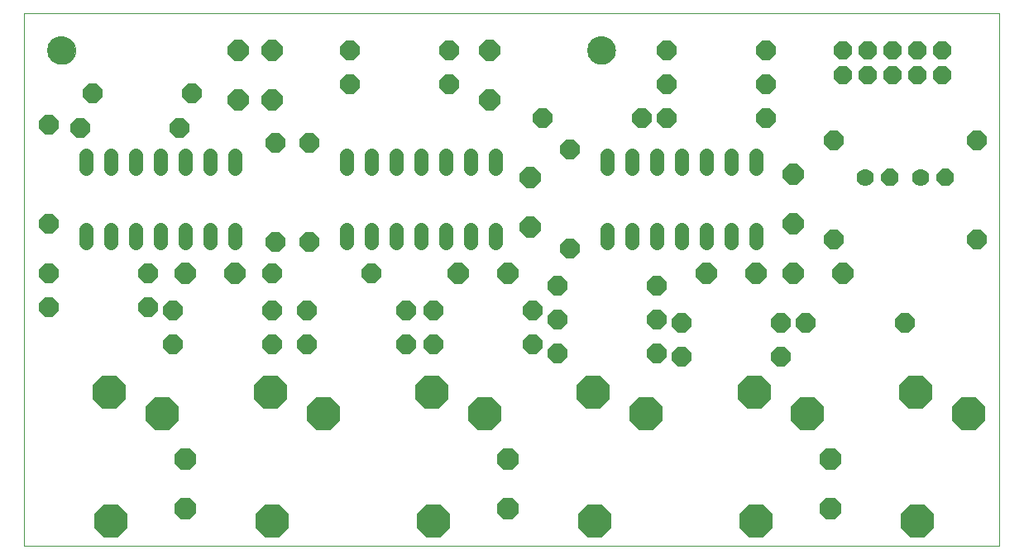
<source format=gbs>
G75*
%MOIN*%
%OFA0B0*%
%FSLAX25Y25*%
%IPPOS*%
%LPD*%
%AMOC8*
5,1,8,0,0,1.08239X$1,22.5*
%
%ADD10C,0.00000*%
%ADD11OC8,0.08400*%
%ADD12OC8,0.07000*%
%ADD13C,0.07000*%
%ADD14OC8,0.08900*%
%ADD15C,0.05550*%
%ADD16OC8,0.08000*%
%ADD17OC8,0.07400*%
%ADD18C,0.11424*%
%ADD19OC8,0.13455*%
D10*
X0001800Y0015030D02*
X0001800Y0229990D01*
X0394800Y0229990D01*
X0394800Y0015030D01*
X0001800Y0015030D01*
X0011288Y0215030D02*
X0011290Y0215178D01*
X0011296Y0215326D01*
X0011306Y0215474D01*
X0011320Y0215621D01*
X0011338Y0215768D01*
X0011359Y0215914D01*
X0011385Y0216060D01*
X0011415Y0216205D01*
X0011448Y0216349D01*
X0011486Y0216492D01*
X0011527Y0216634D01*
X0011572Y0216775D01*
X0011620Y0216915D01*
X0011673Y0217054D01*
X0011729Y0217191D01*
X0011789Y0217326D01*
X0011852Y0217460D01*
X0011919Y0217592D01*
X0011990Y0217722D01*
X0012064Y0217850D01*
X0012141Y0217976D01*
X0012222Y0218100D01*
X0012306Y0218222D01*
X0012393Y0218341D01*
X0012484Y0218458D01*
X0012578Y0218573D01*
X0012674Y0218685D01*
X0012774Y0218795D01*
X0012876Y0218901D01*
X0012982Y0219005D01*
X0013090Y0219106D01*
X0013201Y0219204D01*
X0013314Y0219300D01*
X0013430Y0219392D01*
X0013548Y0219481D01*
X0013669Y0219566D01*
X0013792Y0219649D01*
X0013917Y0219728D01*
X0014044Y0219804D01*
X0014173Y0219876D01*
X0014304Y0219945D01*
X0014437Y0220010D01*
X0014572Y0220071D01*
X0014708Y0220129D01*
X0014845Y0220184D01*
X0014984Y0220234D01*
X0015125Y0220281D01*
X0015266Y0220324D01*
X0015409Y0220364D01*
X0015553Y0220399D01*
X0015697Y0220431D01*
X0015843Y0220458D01*
X0015989Y0220482D01*
X0016136Y0220502D01*
X0016283Y0220518D01*
X0016430Y0220530D01*
X0016578Y0220538D01*
X0016726Y0220542D01*
X0016874Y0220542D01*
X0017022Y0220538D01*
X0017170Y0220530D01*
X0017317Y0220518D01*
X0017464Y0220502D01*
X0017611Y0220482D01*
X0017757Y0220458D01*
X0017903Y0220431D01*
X0018047Y0220399D01*
X0018191Y0220364D01*
X0018334Y0220324D01*
X0018475Y0220281D01*
X0018616Y0220234D01*
X0018755Y0220184D01*
X0018892Y0220129D01*
X0019028Y0220071D01*
X0019163Y0220010D01*
X0019296Y0219945D01*
X0019427Y0219876D01*
X0019556Y0219804D01*
X0019683Y0219728D01*
X0019808Y0219649D01*
X0019931Y0219566D01*
X0020052Y0219481D01*
X0020170Y0219392D01*
X0020286Y0219300D01*
X0020399Y0219204D01*
X0020510Y0219106D01*
X0020618Y0219005D01*
X0020724Y0218901D01*
X0020826Y0218795D01*
X0020926Y0218685D01*
X0021022Y0218573D01*
X0021116Y0218458D01*
X0021207Y0218341D01*
X0021294Y0218222D01*
X0021378Y0218100D01*
X0021459Y0217976D01*
X0021536Y0217850D01*
X0021610Y0217722D01*
X0021681Y0217592D01*
X0021748Y0217460D01*
X0021811Y0217326D01*
X0021871Y0217191D01*
X0021927Y0217054D01*
X0021980Y0216915D01*
X0022028Y0216775D01*
X0022073Y0216634D01*
X0022114Y0216492D01*
X0022152Y0216349D01*
X0022185Y0216205D01*
X0022215Y0216060D01*
X0022241Y0215914D01*
X0022262Y0215768D01*
X0022280Y0215621D01*
X0022294Y0215474D01*
X0022304Y0215326D01*
X0022310Y0215178D01*
X0022312Y0215030D01*
X0022310Y0214882D01*
X0022304Y0214734D01*
X0022294Y0214586D01*
X0022280Y0214439D01*
X0022262Y0214292D01*
X0022241Y0214146D01*
X0022215Y0214000D01*
X0022185Y0213855D01*
X0022152Y0213711D01*
X0022114Y0213568D01*
X0022073Y0213426D01*
X0022028Y0213285D01*
X0021980Y0213145D01*
X0021927Y0213006D01*
X0021871Y0212869D01*
X0021811Y0212734D01*
X0021748Y0212600D01*
X0021681Y0212468D01*
X0021610Y0212338D01*
X0021536Y0212210D01*
X0021459Y0212084D01*
X0021378Y0211960D01*
X0021294Y0211838D01*
X0021207Y0211719D01*
X0021116Y0211602D01*
X0021022Y0211487D01*
X0020926Y0211375D01*
X0020826Y0211265D01*
X0020724Y0211159D01*
X0020618Y0211055D01*
X0020510Y0210954D01*
X0020399Y0210856D01*
X0020286Y0210760D01*
X0020170Y0210668D01*
X0020052Y0210579D01*
X0019931Y0210494D01*
X0019808Y0210411D01*
X0019683Y0210332D01*
X0019556Y0210256D01*
X0019427Y0210184D01*
X0019296Y0210115D01*
X0019163Y0210050D01*
X0019028Y0209989D01*
X0018892Y0209931D01*
X0018755Y0209876D01*
X0018616Y0209826D01*
X0018475Y0209779D01*
X0018334Y0209736D01*
X0018191Y0209696D01*
X0018047Y0209661D01*
X0017903Y0209629D01*
X0017757Y0209602D01*
X0017611Y0209578D01*
X0017464Y0209558D01*
X0017317Y0209542D01*
X0017170Y0209530D01*
X0017022Y0209522D01*
X0016874Y0209518D01*
X0016726Y0209518D01*
X0016578Y0209522D01*
X0016430Y0209530D01*
X0016283Y0209542D01*
X0016136Y0209558D01*
X0015989Y0209578D01*
X0015843Y0209602D01*
X0015697Y0209629D01*
X0015553Y0209661D01*
X0015409Y0209696D01*
X0015266Y0209736D01*
X0015125Y0209779D01*
X0014984Y0209826D01*
X0014845Y0209876D01*
X0014708Y0209931D01*
X0014572Y0209989D01*
X0014437Y0210050D01*
X0014304Y0210115D01*
X0014173Y0210184D01*
X0014044Y0210256D01*
X0013917Y0210332D01*
X0013792Y0210411D01*
X0013669Y0210494D01*
X0013548Y0210579D01*
X0013430Y0210668D01*
X0013314Y0210760D01*
X0013201Y0210856D01*
X0013090Y0210954D01*
X0012982Y0211055D01*
X0012876Y0211159D01*
X0012774Y0211265D01*
X0012674Y0211375D01*
X0012578Y0211487D01*
X0012484Y0211602D01*
X0012393Y0211719D01*
X0012306Y0211838D01*
X0012222Y0211960D01*
X0012141Y0212084D01*
X0012064Y0212210D01*
X0011990Y0212338D01*
X0011919Y0212468D01*
X0011852Y0212600D01*
X0011789Y0212734D01*
X0011729Y0212869D01*
X0011673Y0213006D01*
X0011620Y0213145D01*
X0011572Y0213285D01*
X0011527Y0213426D01*
X0011486Y0213568D01*
X0011448Y0213711D01*
X0011415Y0213855D01*
X0011385Y0214000D01*
X0011359Y0214146D01*
X0011338Y0214292D01*
X0011320Y0214439D01*
X0011306Y0214586D01*
X0011296Y0214734D01*
X0011290Y0214882D01*
X0011288Y0215030D01*
X0228788Y0215030D02*
X0228790Y0215178D01*
X0228796Y0215326D01*
X0228806Y0215474D01*
X0228820Y0215621D01*
X0228838Y0215768D01*
X0228859Y0215914D01*
X0228885Y0216060D01*
X0228915Y0216205D01*
X0228948Y0216349D01*
X0228986Y0216492D01*
X0229027Y0216634D01*
X0229072Y0216775D01*
X0229120Y0216915D01*
X0229173Y0217054D01*
X0229229Y0217191D01*
X0229289Y0217326D01*
X0229352Y0217460D01*
X0229419Y0217592D01*
X0229490Y0217722D01*
X0229564Y0217850D01*
X0229641Y0217976D01*
X0229722Y0218100D01*
X0229806Y0218222D01*
X0229893Y0218341D01*
X0229984Y0218458D01*
X0230078Y0218573D01*
X0230174Y0218685D01*
X0230274Y0218795D01*
X0230376Y0218901D01*
X0230482Y0219005D01*
X0230590Y0219106D01*
X0230701Y0219204D01*
X0230814Y0219300D01*
X0230930Y0219392D01*
X0231048Y0219481D01*
X0231169Y0219566D01*
X0231292Y0219649D01*
X0231417Y0219728D01*
X0231544Y0219804D01*
X0231673Y0219876D01*
X0231804Y0219945D01*
X0231937Y0220010D01*
X0232072Y0220071D01*
X0232208Y0220129D01*
X0232345Y0220184D01*
X0232484Y0220234D01*
X0232625Y0220281D01*
X0232766Y0220324D01*
X0232909Y0220364D01*
X0233053Y0220399D01*
X0233197Y0220431D01*
X0233343Y0220458D01*
X0233489Y0220482D01*
X0233636Y0220502D01*
X0233783Y0220518D01*
X0233930Y0220530D01*
X0234078Y0220538D01*
X0234226Y0220542D01*
X0234374Y0220542D01*
X0234522Y0220538D01*
X0234670Y0220530D01*
X0234817Y0220518D01*
X0234964Y0220502D01*
X0235111Y0220482D01*
X0235257Y0220458D01*
X0235403Y0220431D01*
X0235547Y0220399D01*
X0235691Y0220364D01*
X0235834Y0220324D01*
X0235975Y0220281D01*
X0236116Y0220234D01*
X0236255Y0220184D01*
X0236392Y0220129D01*
X0236528Y0220071D01*
X0236663Y0220010D01*
X0236796Y0219945D01*
X0236927Y0219876D01*
X0237056Y0219804D01*
X0237183Y0219728D01*
X0237308Y0219649D01*
X0237431Y0219566D01*
X0237552Y0219481D01*
X0237670Y0219392D01*
X0237786Y0219300D01*
X0237899Y0219204D01*
X0238010Y0219106D01*
X0238118Y0219005D01*
X0238224Y0218901D01*
X0238326Y0218795D01*
X0238426Y0218685D01*
X0238522Y0218573D01*
X0238616Y0218458D01*
X0238707Y0218341D01*
X0238794Y0218222D01*
X0238878Y0218100D01*
X0238959Y0217976D01*
X0239036Y0217850D01*
X0239110Y0217722D01*
X0239181Y0217592D01*
X0239248Y0217460D01*
X0239311Y0217326D01*
X0239371Y0217191D01*
X0239427Y0217054D01*
X0239480Y0216915D01*
X0239528Y0216775D01*
X0239573Y0216634D01*
X0239614Y0216492D01*
X0239652Y0216349D01*
X0239685Y0216205D01*
X0239715Y0216060D01*
X0239741Y0215914D01*
X0239762Y0215768D01*
X0239780Y0215621D01*
X0239794Y0215474D01*
X0239804Y0215326D01*
X0239810Y0215178D01*
X0239812Y0215030D01*
X0239810Y0214882D01*
X0239804Y0214734D01*
X0239794Y0214586D01*
X0239780Y0214439D01*
X0239762Y0214292D01*
X0239741Y0214146D01*
X0239715Y0214000D01*
X0239685Y0213855D01*
X0239652Y0213711D01*
X0239614Y0213568D01*
X0239573Y0213426D01*
X0239528Y0213285D01*
X0239480Y0213145D01*
X0239427Y0213006D01*
X0239371Y0212869D01*
X0239311Y0212734D01*
X0239248Y0212600D01*
X0239181Y0212468D01*
X0239110Y0212338D01*
X0239036Y0212210D01*
X0238959Y0212084D01*
X0238878Y0211960D01*
X0238794Y0211838D01*
X0238707Y0211719D01*
X0238616Y0211602D01*
X0238522Y0211487D01*
X0238426Y0211375D01*
X0238326Y0211265D01*
X0238224Y0211159D01*
X0238118Y0211055D01*
X0238010Y0210954D01*
X0237899Y0210856D01*
X0237786Y0210760D01*
X0237670Y0210668D01*
X0237552Y0210579D01*
X0237431Y0210494D01*
X0237308Y0210411D01*
X0237183Y0210332D01*
X0237056Y0210256D01*
X0236927Y0210184D01*
X0236796Y0210115D01*
X0236663Y0210050D01*
X0236528Y0209989D01*
X0236392Y0209931D01*
X0236255Y0209876D01*
X0236116Y0209826D01*
X0235975Y0209779D01*
X0235834Y0209736D01*
X0235691Y0209696D01*
X0235547Y0209661D01*
X0235403Y0209629D01*
X0235257Y0209602D01*
X0235111Y0209578D01*
X0234964Y0209558D01*
X0234817Y0209542D01*
X0234670Y0209530D01*
X0234522Y0209522D01*
X0234374Y0209518D01*
X0234226Y0209518D01*
X0234078Y0209522D01*
X0233930Y0209530D01*
X0233783Y0209542D01*
X0233636Y0209558D01*
X0233489Y0209578D01*
X0233343Y0209602D01*
X0233197Y0209629D01*
X0233053Y0209661D01*
X0232909Y0209696D01*
X0232766Y0209736D01*
X0232625Y0209779D01*
X0232484Y0209826D01*
X0232345Y0209876D01*
X0232208Y0209931D01*
X0232072Y0209989D01*
X0231937Y0210050D01*
X0231804Y0210115D01*
X0231673Y0210184D01*
X0231544Y0210256D01*
X0231417Y0210332D01*
X0231292Y0210411D01*
X0231169Y0210494D01*
X0231048Y0210579D01*
X0230930Y0210668D01*
X0230814Y0210760D01*
X0230701Y0210856D01*
X0230590Y0210954D01*
X0230482Y0211055D01*
X0230376Y0211159D01*
X0230274Y0211265D01*
X0230174Y0211375D01*
X0230078Y0211487D01*
X0229984Y0211602D01*
X0229893Y0211719D01*
X0229806Y0211838D01*
X0229722Y0211960D01*
X0229641Y0212084D01*
X0229564Y0212210D01*
X0229490Y0212338D01*
X0229419Y0212468D01*
X0229352Y0212600D01*
X0229289Y0212734D01*
X0229229Y0212869D01*
X0229173Y0213006D01*
X0229120Y0213145D01*
X0229072Y0213285D01*
X0229027Y0213426D01*
X0228986Y0213568D01*
X0228948Y0213711D01*
X0228915Y0213855D01*
X0228885Y0214000D01*
X0228859Y0214146D01*
X0228838Y0214292D01*
X0228820Y0214439D01*
X0228806Y0214586D01*
X0228796Y0214734D01*
X0228790Y0214882D01*
X0228788Y0215030D01*
D11*
X0189300Y0215030D03*
X0189300Y0195030D03*
X0205550Y0163780D03*
X0205550Y0143780D03*
X0196800Y0125030D03*
X0176800Y0125030D03*
X0086800Y0125030D03*
X0066800Y0125030D03*
X0088050Y0195030D03*
X0101800Y0195030D03*
X0101800Y0215030D03*
X0088050Y0215030D03*
X0276800Y0125030D03*
X0296800Y0125030D03*
X0311800Y0125030D03*
X0331800Y0125030D03*
X0311800Y0145030D03*
X0311800Y0165030D03*
D12*
X0350550Y0163780D03*
X0373050Y0163780D03*
D13*
X0363050Y0163780D03*
X0340550Y0163780D03*
D14*
X0326800Y0050030D03*
X0326800Y0030030D03*
X0196800Y0030030D03*
X0196800Y0050030D03*
X0066800Y0050030D03*
X0066800Y0030030D03*
D15*
X0066800Y0137455D02*
X0066800Y0142604D01*
X0056800Y0142604D02*
X0056800Y0137455D01*
X0046800Y0137455D02*
X0046800Y0142604D01*
X0036800Y0142604D02*
X0036800Y0137455D01*
X0026800Y0137455D02*
X0026800Y0142604D01*
X0026800Y0167455D02*
X0026800Y0172604D01*
X0036800Y0172604D02*
X0036800Y0167455D01*
X0046800Y0167455D02*
X0046800Y0172604D01*
X0056800Y0172604D02*
X0056800Y0167455D01*
X0066800Y0167455D02*
X0066800Y0172604D01*
X0076800Y0172604D02*
X0076800Y0167455D01*
X0086800Y0167455D02*
X0086800Y0172604D01*
X0131800Y0172604D02*
X0131800Y0167455D01*
X0141800Y0167455D02*
X0141800Y0172604D01*
X0151800Y0172604D02*
X0151800Y0167455D01*
X0161800Y0167455D02*
X0161800Y0172604D01*
X0171800Y0172604D02*
X0171800Y0167455D01*
X0181800Y0167455D02*
X0181800Y0172604D01*
X0191800Y0172604D02*
X0191800Y0167455D01*
X0191800Y0142604D02*
X0191800Y0137455D01*
X0181800Y0137455D02*
X0181800Y0142604D01*
X0171800Y0142604D02*
X0171800Y0137455D01*
X0161800Y0137455D02*
X0161800Y0142604D01*
X0151800Y0142604D02*
X0151800Y0137455D01*
X0141800Y0137455D02*
X0141800Y0142604D01*
X0131800Y0142604D02*
X0131800Y0137455D01*
X0086800Y0137455D02*
X0086800Y0142604D01*
X0076800Y0142604D02*
X0076800Y0137455D01*
X0236800Y0137455D02*
X0236800Y0142604D01*
X0246800Y0142604D02*
X0246800Y0137455D01*
X0256800Y0137455D02*
X0256800Y0142604D01*
X0266800Y0142604D02*
X0266800Y0137455D01*
X0276800Y0137455D02*
X0276800Y0142604D01*
X0286800Y0142604D02*
X0286800Y0137455D01*
X0296800Y0137455D02*
X0296800Y0142604D01*
X0296800Y0167455D02*
X0296800Y0172604D01*
X0286800Y0172604D02*
X0286800Y0167455D01*
X0276800Y0167455D02*
X0276800Y0172604D01*
X0266800Y0172604D02*
X0266800Y0167455D01*
X0256800Y0167455D02*
X0256800Y0172604D01*
X0246800Y0172604D02*
X0246800Y0167455D01*
X0236800Y0167455D02*
X0236800Y0172604D01*
D16*
X0221800Y0175030D03*
X0210550Y0187530D03*
X0173050Y0201280D03*
X0173050Y0215030D03*
X0133050Y0215030D03*
X0133050Y0201280D03*
X0116800Y0177530D03*
X0103050Y0177530D03*
X0069300Y0197530D03*
X0064300Y0183780D03*
X0029300Y0197530D03*
X0024300Y0183780D03*
X0011800Y0185030D03*
X0011800Y0145030D03*
X0011800Y0125030D03*
X0011800Y0111280D03*
X0051800Y0111280D03*
X0061800Y0110030D03*
X0061800Y0096280D03*
X0101800Y0096280D03*
X0115550Y0096280D03*
X0115550Y0110030D03*
X0101800Y0110030D03*
X0101800Y0125030D03*
X0103050Y0137530D03*
X0116800Y0137530D03*
X0141800Y0125030D03*
X0155550Y0110030D03*
X0166800Y0110030D03*
X0166800Y0096280D03*
X0155550Y0096280D03*
X0206800Y0096280D03*
X0216800Y0092530D03*
X0216800Y0106280D03*
X0206800Y0110030D03*
X0216800Y0120030D03*
X0221800Y0135030D03*
X0256800Y0120030D03*
X0256800Y0106280D03*
X0266800Y0105030D03*
X0266800Y0091280D03*
X0256800Y0092530D03*
X0306800Y0091280D03*
X0306800Y0105030D03*
X0316800Y0105030D03*
X0356800Y0105030D03*
X0328050Y0138780D03*
X0385550Y0138780D03*
X0385550Y0178780D03*
X0328050Y0178780D03*
X0300550Y0187530D03*
X0300550Y0201280D03*
X0300550Y0215030D03*
X0260550Y0215030D03*
X0260550Y0201280D03*
X0260550Y0187530D03*
X0250550Y0187530D03*
X0051800Y0125030D03*
D17*
X0331800Y0205030D03*
X0341800Y0205030D03*
X0351800Y0205030D03*
X0361800Y0205030D03*
X0371800Y0205030D03*
X0371800Y0215030D03*
X0361800Y0215030D03*
X0351800Y0215030D03*
X0341800Y0215030D03*
X0331800Y0215030D03*
D18*
X0234300Y0215030D03*
X0016800Y0215030D03*
D19*
X0036013Y0076841D03*
X0057272Y0068179D03*
X0101013Y0076841D03*
X0122272Y0068179D03*
X0166013Y0076841D03*
X0187272Y0068179D03*
X0231013Y0076841D03*
X0252272Y0068179D03*
X0296013Y0076841D03*
X0317272Y0068179D03*
X0361013Y0076841D03*
X0382272Y0068179D03*
X0361800Y0024872D03*
X0296800Y0024872D03*
X0231800Y0024872D03*
X0166800Y0024872D03*
X0101800Y0024872D03*
X0036800Y0024872D03*
M02*

</source>
